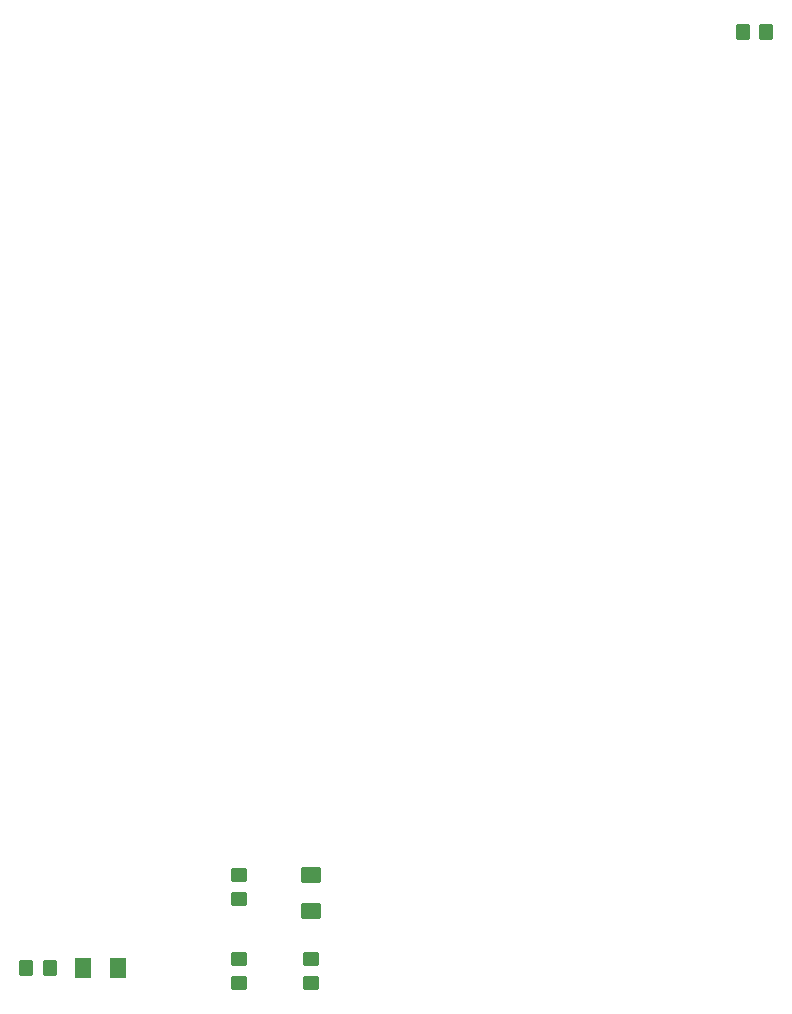
<source format=gtp>
G04 #@! TF.GenerationSoftware,KiCad,Pcbnew,7.0.1*
G04 #@! TF.CreationDate,2023-04-08T17:38:13-04:00*
G04 #@! TF.ProjectId,Input,496e7075-742e-46b6-9963-61645f706362,rev?*
G04 #@! TF.SameCoordinates,Original*
G04 #@! TF.FileFunction,Paste,Top*
G04 #@! TF.FilePolarity,Positive*
%FSLAX46Y46*%
G04 Gerber Fmt 4.6, Leading zero omitted, Abs format (unit mm)*
G04 Created by KiCad (PCBNEW 7.0.1) date 2023-04-08 17:38:13*
%MOMM*%
%LPD*%
G01*
G04 APERTURE LIST*
G04 Aperture macros list*
%AMRoundRect*
0 Rectangle with rounded corners*
0 $1 Rounding radius*
0 $2 $3 $4 $5 $6 $7 $8 $9 X,Y pos of 4 corners*
0 Add a 4 corners polygon primitive as box body*
4,1,4,$2,$3,$4,$5,$6,$7,$8,$9,$2,$3,0*
0 Add four circle primitives for the rounded corners*
1,1,$1+$1,$2,$3*
1,1,$1+$1,$4,$5*
1,1,$1+$1,$6,$7*
1,1,$1+$1,$8,$9*
0 Add four rect primitives between the rounded corners*
20,1,$1+$1,$2,$3,$4,$5,0*
20,1,$1+$1,$4,$5,$6,$7,0*
20,1,$1+$1,$6,$7,$8,$9,0*
20,1,$1+$1,$8,$9,$2,$3,0*%
G04 Aperture macros list end*
%ADD10RoundRect,0.250001X-0.462499X-0.624999X0.462499X-0.624999X0.462499X0.624999X-0.462499X0.624999X0*%
%ADD11RoundRect,0.250000X0.450000X-0.350000X0.450000X0.350000X-0.450000X0.350000X-0.450000X-0.350000X0*%
%ADD12RoundRect,0.250000X-0.450000X0.350000X-0.450000X-0.350000X0.450000X-0.350000X0.450000X0.350000X0*%
%ADD13RoundRect,0.250001X0.624999X-0.462499X0.624999X0.462499X-0.624999X0.462499X-0.624999X-0.462499X0*%
%ADD14RoundRect,0.250000X-0.350000X-0.450000X0.350000X-0.450000X0.350000X0.450000X-0.350000X0.450000X0*%
G04 APERTURE END LIST*
D10*
X108250500Y-141618000D03*
X111225500Y-141618000D03*
D11*
X127508000Y-142859000D03*
X127508000Y-140859000D03*
D12*
X121412000Y-133747000D03*
X121412000Y-135747000D03*
D13*
X127508000Y-136742500D03*
X127508000Y-133767500D03*
D14*
X164100000Y-62357000D03*
X166100000Y-62357000D03*
D12*
X121412000Y-140859000D03*
X121412000Y-142859000D03*
D14*
X103404000Y-141618000D03*
X105404000Y-141618000D03*
M02*

</source>
